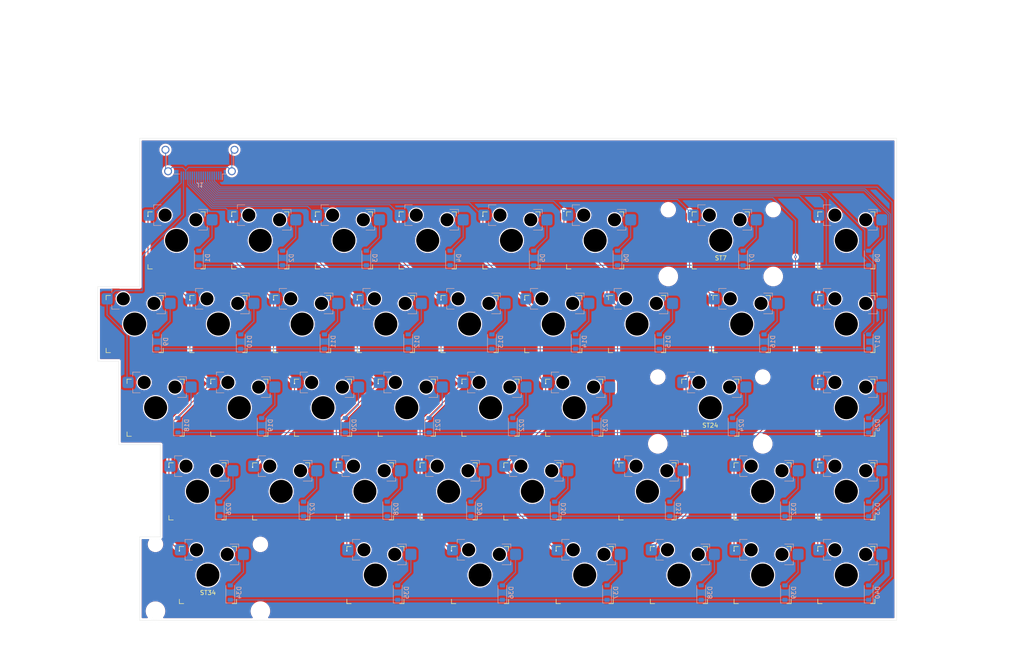
<source format=kicad_pcb>
(kicad_pcb (version 20240108) (generator "pcbnew") (generator_version "8.0")
  (layers (0 "F.Cu" signal) (31 "B.Cu" signal) (34 "B.Paste" user) (35 "F.Paste" user) (36 "B.SilkS" user "B.Silkscreen") (37 "F.SilkS" user "F.Silkscreen") (38 "B.Mask" user) (39 "F.Mask" user) (44 "Edge.Cuts" user))
  (net 0 "")
  (net 1 "COL0")
  (net 2 "COL1")
  (net 3 "COL2")
  (net 4 "COL3")
  (net 5 "COL4")
  (net 6 "COL5")
  (net 7 "COL6")
  (net 8 "COL7")
  (net 9 "COL8")
  (net 10 "COL9")
  (net 11 "N$1")
  (net 12 "N$10")
  (net 13 "N$11")
  (net 14 "N$12")
  (net 15 "N$13")
  (net 16 "N$14")
  (net 17 "N$15")
  (net 18 "N$16")
  (net 19 "N$17")
  (net 20 "N$18")
  (net 21 "N$19")
  (net 22 "N$2")
  (net 23 "N$20")
  (net 24 "N$21")
  (net 25 "N$22")
  (net 26 "N$23")
  (net 27 "N$24")
  (net 28 "N$25")
  (net 29 "N$26")
  (net 30 "N$27")
  (net 31 "N$28")
  (net 32 "N$29")
  (net 33 "N$3")
  (net 34 "N$30")
  (net 35 "N$31")
  (net 36 "N$32")
  (net 37 "N$33")
  (net 38 "N$34")
  (net 39 "N$35")
  (net 40 "N$36")
  (net 41 "N$37")
  (net 42 "N$38")
  (net 43 "N$39")
  (net 44 "N$4")
  (net 45 "N$40")
  (net 46 "N$5")
  (net 47 "N$6")
  (net 48 "N$7")
  (net 49 "N$8")
  (net 50 "N$9")
  (net 51 "ROW0")
  (net 52 "ROW1")
  (net 53 "ROW2")
  (net 54 "ROW3")
  (net 55 "ROW4")
  (net 59 "GND")
  (footprint "key-switches:SW_Gateron_LowProfile_HotSwap_Good" (layer "F.Cu") (at 209.55 38.1)
    (property "Reference" "SW8" (hide yes))
    (property "Value" "SW_Push" (hide yes))
  )
  (footprint "key-switches:SW_Gateron_LowProfile_HotSwap_Good" (layer "F.Cu") (at 178.59375 76.2)
    (property "Reference" "SW24" (hide yes))
    (property "Value" "SW_Push" (hide yes))
  )
  (footprint "key-switches:SW_Gateron_LowProfile_HotSwap_Good" (layer "F.Cu") (at 47.625 57.15)
    (property "Reference" "SW9" (hide yes))
    (property "Value" "SW_Push" (hide yes))
  )
  (footprint "key-switches:SW_Gateron_LowProfile_HotSwap_Good" (layer "F.Cu") (at 150.01875 114.3)
    (property "Reference" "SW37" (hide yes))
    (property "Value" "SW_Push" (hide yes))
  )
  (footprint "key-switches:SW_Gateron_LowProfile_HotSwap_Good" (layer "F.Cu") (at 128.5875 76.2)
    (property "Reference" "SW22" (hide yes))
    (property "Value" "SW_Push" (hide yes))
  )
  (footprint "Stabilizer_Cherry_MX_2.00u" (layer "F.Cu") (at 64.29375 114.3)
    (property "Reference" "ST34")
    (property "Value" "MountingHole")
  )
  (footprint "key-switches:SW_Gateron_LowProfile_HotSwap_Good" (layer "F.Cu") (at 180.975 38.1)
    (property "Reference" "SW7" (hide yes))
    (property "Value" "SW_Push" (hide yes))
  )
  (footprint "key-switches:SW_Gateron_LowProfile_HotSwap_Good" (layer "F.Cu") (at 57.15 38.1)
    (property "Reference" "SW1" (hide yes))
    (property "Value" "SW_Push" (hide yes))
  )
  (footprint "key-switches:SW_Gateron_LowProfile_HotSwap_Good" (layer "F.Cu") (at 109.5375 76.2)
    (property "Reference" "SW21" (hide yes))
    (property "Value" "SW_Push" (hide yes))
  )
  (footprint "key-switches:SW_Gateron_LowProfile_HotSwap_Good" (layer "F.Cu") (at 171.45 114.3)
    (property "Reference" "SW38" (hide yes))
    (property "Value" "SW_Push" (hide yes))
  )
  (footprint "key-switches:SW_Gateron_LowProfile_HotSwap_Good" (layer "F.Cu") (at 76.2 38.1)
    (property "Reference" "SW2" (hide yes))
    (property "Value" "SW_Push" (hide yes))
  )
  (footprint "key-switches:SW_Gateron_LowProfile_HotSwap_Good" (layer "F.Cu") (at 142.875 57.15)
    (property "Reference" "SW14" (hide yes))
    (property "Value" "SW_Push" (hide yes))
  )
  (footprint "key-switches:SW_Gateron_LowProfile_HotSwap_Good" (layer "F.Cu") (at 64.29375 114.3)
    (property "Reference" "SW34" (hide yes))
    (property "Value" "SW_Push" (hide yes))
  )
  (footprint "key-switches:SW_Gateron_LowProfile_HotSwap_Good" (layer "F.Cu") (at 66.675 57.15)
    (property "Reference" "SW10" (hide yes))
    (property "Value" "SW_Push" (hide yes))
  )
  (footprint "key-switches:SW_Gateron_LowProfile_HotSwap_Good" (layer "F.Cu") (at 119.0625 95.25)
    (property "Reference" "SW29" (hide yes))
    (property "Value" "SW_Push" (hide yes))
  )
  (footprint "key-switches:SW_Gateron_LowProfile_HotSwap_Good" (layer "F.Cu") (at 102.39375 114.3)
    (property "Reference" "SW35" (hide yes))
    (property "Value" "SW_Push" (hide yes))
  )
  (footprint "key-switches:SW_Gateron_LowProfile_HotSwap_Good" (layer "F.Cu") (at 71.4375 76.2)
    (property "Reference" "SW19" (hide yes))
    (property "Value" "SW_Push" (hide yes))
  )
  (footprint "key-switches:SW_Gateron_LowProfile_HotSwap_Good" (layer "F.Cu") (at 61.9125 95.25)
    (property "Reference" "SW26" (hide yes))
    (property "Value" "SW_Push" (hide yes))
  )
  (footprint "key-switches:SW_Gateron_LowProfile_HotSwap_Good" (layer "F.Cu") (at 164.30625 95.25)
    (property "Reference" "SW31" (hide yes))
    (property "Value" "SW_Push" (hide yes))
  )
  (footprint "key-switches:SW_Gateron_LowProfile_HotSwap_Good" (layer "F.Cu") (at 52.3875 76.2)
    (property "Reference" "SW18" (hide yes))
    (property "Value" "SW_Push" (hide yes))
  )
  (footprint "Stabilizer_Cherry_MX_2.00u" (layer "F.Cu") (at 180.975 38.1)
    (property "Reference" "ST7")
    (property "Value" "MountingHole")
  )
  (footprint "key-switches:SW_Gateron_LowProfile_HotSwap_Good" (layer "F.Cu") (at 190.5 95.25)
    (property "Reference" "SW32" (hide yes))
    (property "Value" "SW_Push" (hide yes))
  )
  (footprint "key-switches:SW_Gateron_LowProfile_HotSwap_Good" (layer "F.Cu") (at 80.9625 95.25)
    (property "Reference" "SW27" (hide yes))
    (property "Value" "SW_Push" (hide yes))
  )
  (footprint "key-switches:SW_Gateron_LowProfile_HotSwap_Good" (layer "F.Cu") (at 126.20625 114.3)
    (property "Reference" "SW36" (hide yes))
    (property "Value" "SW_Push" (hide yes))
  )
  (footprint "key-switches:SW_Gateron_LowProfile_HotSwap_Good" (layer "F.Cu") (at 100.0125 95.25)
    (property "Reference" "SW28" (hide yes))
    (property "Value" "SW_Push" (hide yes))
  )
  (footprint "key-switches:SW_Gateron_LowProfile_HotSwap_Good" (layer "F.Cu") (at 90.4875 76.2)
    (property "Reference" "SW20" (hide yes))
    (property "Value" "SW_Push" (hide yes))
  )
  (footprint "key-switches:SW_Gateron_LowProfile_HotSwap_Good" (layer "F.Cu") (at 209.55 57.15)
    (property "Reference" "SW17" (hide yes))
    (property "Value" "SW_Push" (hide yes))
  )
  (footprint "key-switches:SW_Gateron_LowProfile_HotSwap_Good" (layer "F.Cu") (at 209.55 95.25)
    (property "Reference" "SW33" (hide yes))
    (property "Value" "SW_Push" (hide yes))
  )
  (footprint "key-switches:SW_Gateron_LowProfile_HotSwap_Good" (layer "F.Cu") (at 123.825 57.15)
    (property "Reference" "SW13" (hide yes))
    (property "Value" "SW_Push" (hide yes))
  )
  (footprint "key-switches:SW_Gateron_LowProfile_HotSwap_Good" (layer "F.Cu") (at 95.25 38.1)
    (property "Reference" "SW3" (hide yes))
    (property "Value" "SW_Push" (hide yes))
  )
  (footprint "key-switches:SW_Gateron_LowProfile_HotSwap_Good" (layer "F.Cu") (at 104.775 57.15)
    (property "Reference" "SW12" (hide yes))
    (property "Value" "SW_Push" (hide yes))
  )
  (footprint "key-switches:SW_Gateron_LowProfile_HotSwap_Good" (layer "F.Cu") (at 138.1125 95.25)
    (property "Reference" "SW30" (hide yes))
    (property "Value" "SW_Push" (hide yes))
  )
  (footprint "key-switches:SW_Gateron_LowProfile_HotSwap_Good" (layer "F.Cu") (at 209.55 114.3)
    (property "Reference" "SW40" (hide yes))
    (property "Value" "SW_Push" (hide yes))
  )
  (footprint "key-switches:SW_Gateron_LowProfile_HotSwap_Good" (layer "F.Cu") (at 185.7375 57.15)
    (property "Reference" "SW16" (hide yes))
    (property "Value" "SW_Push" (hide yes))
  )
  (footprint "key-switches:SW_Gateron_LowProfile_HotSwap_Good" (layer "F.Cu") (at 161.925 57.15)
    (property "Reference" "SW15" (hide yes))
    (property "Value" "SW_Push" (hide yes))
  )
  (footprint "key-switches:SW_Gateron_LowProfile_HotSwap_Good" (layer "F.Cu") (at 85.725 57.15)
    (property "Reference" "SW11" (hide yes))
    (property "Value" "SW_Push" (hide yes))
  )
  (footprint "key-switches:SW_Gateron_LowProfile_HotSwap_Good" (layer "F.Cu") (at 209.55 76.2)
    (property "Reference" "SW25" (hide yes))
    (property "Value" "SW_Push" (hide yes))
  )
  (footprint "Stabilizer_Cherry_MX_2.00u" (layer "F.Cu") (at 178.59375 76.2)
    (property "Reference" "ST24")
    (property "Value" "MountingHole")
  )
  (footprint "key-switches:SW_Gateron_LowProfile_HotSwap_Good" (layer "F.Cu") (at 152.4 38.1)
    (property "Reference" "SW6" (hide yes))
    (property "Value" "SW_Push" (hide yes))
  )
  (footprint "key-switches:SW_Gateron_LowProfile_HotSwap_Good" (layer "F.Cu") (at 190.5 114.3)
    (property "Reference" "SW39" (hide yes))
    (property "Value" "SW_Push" (hide yes))
  )
  (footprint "key-switches:SW_Gateron_LowProfile_HotSwap_Good" (layer "F.Cu") (at 114.3 38.1)
    (property "Reference" "SW4" (hide yes))
    (property "Value" "SW_Push" (hide yes))
  )
  (footprint "key-switches:SW_Gateron_LowProfile_HotSwap_Good" (layer "F.Cu") (at 133.35 38.1)
    (property "Reference" "SW5" (hide yes))
    (property "Value" "SW_Push" (hide yes))
  )
  (footprint "key-switches:SW_Gateron_LowProfile_HotSwap_Good" (layer "F.Cu") (at 147.6375 76.2)
    (property "Reference" "SW23" (hide yes))
    (property "Value" "SW_Push" (hide yes))
  )
  (footprint "D_SOD-123" (layer "B.Cu") (at 52.705 61.15 90)
    (property "Reference" "D9")
    (property "Value" "D")
  )
  (footprint "D_SOD-123" (layer "B.Cu") (at 152.7175 80.2 90)
    (property "Reference" "D23")
    (property "Value" "D")
  )
  (footprint "D_SOD-123" (layer "B.Cu") (at 214.63 42.1 90)
    (property "Reference" "D8")
    (property "Value" "D")
  )
  (footprint "D_SOD-123" (layer "B.Cu") (at 167.005 61.15 90)
    (property "Reference" "D15")
    (property "Value" "D")
  )
  (footprint "D_SOD-123" (layer "B.Cu") (at 214.63 61.15 90)
    (property "Reference" "D17")
    (property "Value" "D")
  )
  (footprint "D_SOD-123" (layer "B.Cu") (at 147.955 61.15 90)
    (property "Reference" "D14")
    (property "Value" "D")
  )
  (footprint "D_SOD-123" (layer "B.Cu") (at 195.58 99.25 90)
    (property "Reference" "D32")
    (property "Value" "D")
  )
  (footprint "D_SOD-123" (layer "B.Cu") (at 190.8175 61.15 90)
    (property "Reference" "D16")
    (property "Value" "D")
  )
  (footprint "D_SOD-123" (layer "B.Cu") (at 66.9925 99.25 90)
    (property "Reference" "D26")
    (property "Value" "D")
  )
  (footprint "D_SOD-123" (layer "B.Cu") (at 76.5175 80.2 90)
    (property "Reference" "D19")
    (property "Value" "D")
  )
  (footprint "D_SOD-123" (layer "B.Cu") (at 71.755 61.15 90)
    (property "Reference" "D10")
    (property "Value" "D")
  )
  (footprint "D_SOD-123" (layer "B.Cu") (at 128.905 61.15 90)
    (property "Reference" "D13")
    (property "Value" "D")
  )
  (footprint "D_SOD-123" (layer "B.Cu") (at 186.055 42.1 90)
    (property "Reference" "D7")
    (property "Value" "D")
  )
  (footprint "D_SOD-123" (layer "B.Cu") (at 214.63 80.2 90)
    (property "Reference" "D25")
    (property "Value" "D")
  )
  (footprint "D_SOD-123" (layer "B.Cu") (at 105.0925 99.25 90)
    (property "Reference" "D28")
    (property "Value" "D")
  )
  (footprint "D_SOD-123" (layer "B.Cu") (at 109.855 61.15 90)
    (property "Reference" "D12")
    (property "Value" "D")
  )
  (footprint "D_SOD-123" (layer "B.Cu") (at 183.67375 80.2 90)
    (property "Reference" "D24")
    (property "Value" "D")
  )
  (footprint "D_SOD-123" (layer "B.Cu") (at 90.805 61.15 90)
    (property "Reference" "D11")
    (property "Value" "D")
  )
  (footprint "Connector_Video:HDMI_A_Amphenol_10029449-x01xLF_Horizontal" (layer "B.Cu") (at 62.48 18.36)
    (property "Reference" "J1")
    (property "Value" "HDMI_A")
  )
  (footprint "D_SOD-123" (layer "B.Cu") (at 143.1925 99.25 90)
    (property "Reference" "D30")
    (property "Value" "D")
  )
  (footprint "D_SOD-123" (layer "B.Cu") (at 100.33 42.1 90)
    (property "Reference" "D3")
    (property "Value" "D")
  )
  (footprint "D_SOD-123" (layer "B.Cu") (at 114.6175 80.2 90)
    (property "Reference" "D21")
    (property "Value" "D")
  )
  (footprint "D_SOD-123" (layer "B.Cu") (at 69.37375 118.3 90)
    (property "Reference" "D34")
    (property "Value" "D")
  )
  (footprint "D_SOD-123" (layer "B.Cu") (at 81.28 42.1 90)
    (property "Reference" "D2")
    (property "Value" "D")
  )
  (footprint "D_SOD-123" (layer "B.Cu") (at 214.63 118.3 90)
    (property "Reference" "D40")
    (property "Value" "D")
  )
  (footprint "D_SOD-123" (layer "B.Cu") (at 57.4675 80.2 90)
    (property "Reference" "D18")
    (property "Value" "D")
  )
  (footprint "D_SOD-123" (layer "B.Cu") (at 155.09875 118.3 90)
    (property "Reference" "D37")
    (property "Value" "D")
  )
  (footprint "D_SOD-123" (layer "B.Cu") (at 195.58 118.3 90)
    (property "Reference" "D39")
    (property "Value" "D")
  )
  (footprint "D_SOD-123" (layer "B.Cu") (at 95.5675 80.2 90)
    (property "Reference" "D20")
    (property "Value" "D")
  )
  (footprint "D_SOD-123" (layer "B.Cu") (at 131.28625 118.3 90)
    (property "Reference" "D36")
    (property "Value" "D")
  )
  (footprint "D_SOD-123" (layer "B.Cu") (at 157.48 42.1 90)
    (property "Reference" "D6")
    (property "Value" "D")
  )
  (footprint "D_SOD-123" (layer "B.Cu") (at 62.23 42.1 90)
    (property "Reference" "D1")
    (property "Value" "D")
  )
  (footprint "D_SOD-123" (layer "B.Cu") (at 176.53 118.3 90)
    (property "Reference" "D38")
    (property "Value" "D")
  )
  (footprint "D_SOD-123" (layer "B.Cu") (at 214.63 99.25 90)
    (property "Reference" "D33")
    (property "Value" "D")
  )
  (footprint "D_SOD-123" (layer "B.Cu") (at 119.38 42.1 90)
    (property "Reference" "D4")
    (property "Value" "D")
  )
  (footprint "D_SOD-123" (layer "B.Cu") (at 133.6675 80.2 90)
    (property "Reference" "D22")
    (property "Value" "D")
  )
  (footprint "D_SOD-123" (layer "B.Cu") (at 138.43 42.1 90)
    (property "Reference" "D5")
    (property "Value" "D")
  )
  (footprint "D_SOD-123" (layer "B.Cu") (at 107.47375 118.3 90)
    (property "Reference" "D35")
    (property "Value" "D")
  )
  (footprint "D_SOD-123" (layer "B.Cu") (at 124.1425 99.25 90)
    (property "Reference" "D29")
    (property "Value" "D")
  )
  (footprint "D_SOD-123" (layer "B.Cu") (at 169.38625 99.25 90)
    (property "Reference" "D31")
    (property "Value" "D")
  )
  (footprint "D_SOD-123" (layer "B.Cu") (at 86.0425 99.25 90)
    (property "Reference" "D27")
    (property "Value" "D")
  )
  (gr_line (start 43.98 84.61) (end 53.48 84.61) (stroke (width 0.05)) (layer "Edge.Cuts"))
  (gr_line (start 48.73 14.86) (end 220.98 14.86) (stroke (width 0.05)) (layer "Edge.Cuts"))
  (gr_line (start 220.98 124.61) (end 220.98 19.86) (stroke (width 0.05)) (layer "Edge.Cuts"))
  (gr_line (start 48.73 19.86) (end 48.73 48.61) (stroke (width 0.05)) (layer "Edge.Cuts"))
  (gr_line (start 53.48 84.61) (end 53.48 105.61) (stroke (width 0.05)) (layer "Edge.Cuts"))
  (gr_line (start 219.48 124.61) (end 218.98 124.61) (stroke (width 0.05)) (layer "Edge.Cuts"))
  (gr_line (start 220.98 14.86) (end 220.98 19.86) (stroke (width 0.05)) (layer "Edge.Cuts"))
  (gr_line (start 43.98 65.61) (end 43.98 84.61) (stroke (width 0.05)) (layer "Edge.Cuts"))
  (gr_line (start 48.73 19.86) (end 48.73 14.86) (stroke (width 0.05)) (layer "Edge.Cuts"))
  (gr_line (start 39.23 48.61) (end 39.23 65.61) (stroke (width 0.05)) (layer "Edge.Cuts"))
  (gr_line (start 48.73 124.61) (end 217.98 124.61) (stroke (width 0.05)) (layer "Edge.Cuts"))
  (gr_line (start 217.98 124.61) (end 218.98 124.61) (stroke (width 0.05)) (layer "Edge.Cuts"))
  (gr_line (start 219.48 124.61) (end 220.98 124.61) (stroke (width 0.05)) (layer "Edge.Cuts"))
  (gr_line (start 39.23 65.61) (end 43.98 65.61) (stroke (width 0.05)) (layer "Edge.Cuts"))
  (gr_line (start 48.73 48.61) (end 39.23 48.61) (stroke (width 0.05)) (layer "Edge.Cuts"))
  (gr_line (start 53.48 105.61) (end 48.73 105.61) (stroke (width 0.05)) (layer "Edge.Cuts"))
  (gr_line (start 48.73 105.61) (end 48.73 124.61) (stroke (width 0.05)) (layer "Edge.Cuts"))
  (segment (start 58.73 32.312715) (end 49.33 41.712715) (width 0.2) (layer "B.Cu") (net 1))
  (segment (start 49.33 49.51) (end 49.29 49.55) (width 0.2) (layer "B.Cu") (net 1))
  (segment (start 45.8875 59.619785) (end 45.8875 70.7) (width 0.2) (layer "B.Cu") (net 1))
  (segment (start 41.35 51.875) (end 41.35 55.082285) (width 0.2) (layer "B.Cu") (net 1))
  (segment (start 49.29 49.55) (end 43.2 49.55) (width 0.2) (layer "B.Cu") (net 1))
  (segment (start 49.33 41.712715) (end 49.33 49.51) (width 0.2) (layer "B.Cu") (net 1))
  (segment (start 45.8875 70.7) (end 46.1125 70.45) (width 0.2) (layer "B.Cu") (net 1))
  (segment (start 41.125 51.65) (end 41.35 51.875) (width 0.2) (layer "B.Cu") (net 1))
  (segment (start 43.2 49.55) (end 41.35 51.4) (width 0.2) (layer "B.Cu") (net 1))
  (segment (start 41.35 51.4) (end 41.35 51.425) (width 0.2) (layer "B.Cu") (net 1))
  (segment (start 41.35 51.425) (end 41.125 51.65) (width 0.2) (layer "B.Cu") (net 1))
  (segment (start 41.35 55.082285) (end 45.8875 59.619785) (width 0.2) (layer "B.Cu") (net 1))
  (segment (start 58.73 23.36) (end 58.73 32.312715) (width 0.2) (layer "B.Cu") (net 1))
  (segment (start 55.4125 106.41875) (end 57.79375 108.8) (width 0.2) (layer "F.Cu") (net 2))
  (segment (start 64.9375 70.7) (end 55.4125 80.225) (width 0.2) (layer "F.Cu") (net 2))
  (segment (start 55.4125 89.75) (end 55.4125 106.41875) (width 0.2) (layer "F.Cu") (net 2))
  (segment (start 50.65 32.6) (end 50.65 42.125) (width 0.2) (layer "F.Cu") (net 2))
  (segment (start 55.4125 80.225) (end 55.4125 89.75) (width 0.2) (layer "F.Cu") (net 2))
  (segment (start 50.65 42.125) (end 60.175 51.65) (width 0.2) (layer "F.Cu") (net 2))
  (segment (start 60.175 65.9375) (end 64.9375 70.7) (width 0.2) (layer "F.Cu") (net 2))
  (segment (start 60.175 51.65) (end 60.175 65.9375) (width 0.2) (layer "F.Cu") (net 2))
  (via (at 57.79375 108.8) (size 0.6) (drill 0.3) (layers "F.Cu" "B.Cu") (net 2))
  (via (at 64.9375 70.7) (size 0.6) (drill 0.3) (layers "F.Cu" "B.Cu") (net 2))
  (via (at 55.4125 89.75) (size 0.6) (drill 0.3) (layers "F.Cu" "B.Cu") (net 2))
  (via (at 50.65 32.6) (size 0.6) (drill 0.3) (layers "F.Cu" "B.Cu") (net 2))
  (via (at 60.175 51.65) (size 0.6) (drill 0.3) (layers "F.Cu" "B.Cu") (net 2))
  (segment (start 58.23 23.36) (end 58.23 24.995) (width 0.2) (layer "B.Cu") (net 2))
  (segment (start 60.175 51.65) (end 60.4 51.4) (width 0.2) (layer "B.Cu") (net 2))
  (segment (start 58.23 24.995) (end 50.875 32.35) (width 0.2) (layer "B.Cu") (net 2))
  (segment (start 50.875 32.35) (end 50.875 32.375) (width 0.2) (layer "B.Cu") (net 2))
  (segment (start 50.875 32.375) (end 50.65 32.6) (width 0.2) (layer "B.Cu") (net 2))
  (segment (start 69.7 42.125) (end 79.225 51.65) (width 0.2) (layer "F.Cu") (net 3))
  (segment (start 79.225 51.65) (end 79.225 65.9375) (width 0.2) (layer "F.Cu") (net 3))
  (segment (start 74.4625 89.75) (end 83.9875 80.225) (width 0.2) (layer "F.Cu") (net 3))
  (segment (start 69.7 32.6) (end 69.7 42.125) (width 0.2) (layer "F.Cu") (net 3))
  (segment (start 79.225 65.9375) (end 83.9875 70.7) (width 0.2) (layer "F.Cu") (net 3))
  (segment (start 83.9875 80.225) (end 83.9875 70.7) (width 0.2) (layer "F.Cu") (net 3))
  (via (at 74.4625 89.75) (size 0.6) (drill 0.3) (layers "F.Cu" "B.Cu") (net 3))
  (via (at 69.7 32.6) (size 0.6) (drill 0.3) (layers "F.Cu" "B.Cu") (net 3))
  (via (at 83.9875 70.7) (size 0.6) (drill 0.3) (layers "F.Cu" "B.Cu") (net 3))
  (via (at 79.225 51.65) (size 0.6) (drill 0.3) (layers "F.Cu" "B.Cu") (net 3))
  (segment (start 65.141768 30.76) (end 59.73 25.348232) (width 0.2) (layer "B.Cu") (net 3))
  (segment (start 59.73 25.348232) (end 59.73 23.36) (width 0.2) (layer "B.Cu") (net 3))
  (segment (start 68.335 30.76) (end 65.141768 30.76) (width 0.2) (layer "B.Cu") (net 3))
  (segment (start 69.925 32.35) (end 68.335 30.76) (width 0.2) (layer "B.Cu") (net 3))
  (segment (start 103.0375 70.7) (end 98.275 65.9375) (width 0.2) (layer "F.Cu") (net 4))
  (segment (start 93.5125 80.225) (end 103.0375 70.7) (width 0.2) (layer "F.Cu") (net 4))
  (segment (start 98.275 65.9375) (end 98.275 51.65) (width 0.2) (layer "F.Cu") (net 4))
  (segment (start 95.89375 108.8) (end 95.89375 92.13125) (width 0.2) (layer "F.Cu") (net 4))
  (segment (start 93.5125 89.75) (end 93.5125 80.225) (width 0.2) (layer "F.Cu") (net 4))
  (segment (start 95.89375 92.13125) (end 93.5125 89.75) (width 0.2) (layer "F.Cu") (net 4))
  (segment (start 88.75 42.125) (end 88.75 32.6) (width 0.2) (layer "F.Cu") (net 4))
  (segment (start 98.275 51.65) (end 88.75 42.125) (width 0.2) (layer "F.Cu") (net 4))
  (via (at 93.5125 89.75) (size 0.6) (drill 0.3) (layers "F.Cu" "B.Cu") (net 4))
  (via (at 88.75 32.6) (size 0.6) (drill 0.3) (layers "F.Cu" "B.Cu") (net 4))
  (via (at 103.0375 70.7) (size 0.6) (drill 0.3) (layers "F.Cu" "B.Cu") (net 4))
  (via (at 95.89375 108.8) (size 0.6) (drill 0.3) (layers "F.Cu" "B.Cu") (net 4))
  (via (at 98.275 51.65) (size 0.6) (drill 0.3) (layers "F.Cu" "B.Cu") (net 4))
  (segment (start 65.307454 30.36) (end 86.985 30.36) (width 0.2) (layer "B.Cu") (net 4))
  (segment (start 60.23 23.36) (end 60.23 25.282546) (width 0.2) (layer "B.Cu") (net 4))
  (segment (start 60.23 25.282546) (end 65.307454 30.36) (width 0.2) (layer "B.Cu") (net 4))
  (segment (start 86.985 30.36) (end 88.975 32.35) (width 0.2) (layer "B.Cu") (net 4))
  (segment (start 117.325 65.9375) (end 117.325 51.65) (width 0.2) (layer "F.Cu") (net 5))
  (segment (start 119.70625 108.8) (end 112.5625 101.65625) (width 0.2) (layer "F.Cu") (net 5))
  (segment (start 112.5625 89.75) (end 112.5625 80.225) (width 0.2) (layer "F.Cu") (net 5))
  (segment (start 112.5625 80.225) (end 122.0875 70.7) (width 0.2) (layer "F.Cu") (net 5))
  (segment (start 112.5625 101.65625) (end 112.5625 89.75) (width 0.2) (layer "F.Cu") (net 5))
  (segment (start 107.8 42.125) (end 107.8 32.6) (width 0.2) (layer "F.Cu") (net 5))
  (segment (start 117.325 51.65) (end 107.8 42.125) (width 0.2) (layer "F.Cu") (net 5))
  (segment (start 122.0875 70.7) (end 117.325 65.9375) (width 0.2) (layer "F.Cu") (net 5))
  (via (at 117.325 51.65) (size 0.6) (drill 0.3) (layers "F.Cu" "B.Cu") (net 5))
  (via (at 112.5625 89.75) (size 0.6) (drill 0.3) (layers "F.Cu" "B.Cu") (net 5))
  (via (at 122.0875 70.7) (size 0.6) (drill 0.3) (layers "F.Cu" "B.Cu") (net 5))
  (via (at 119.70625 108.8) (size 0.6) (drill 0.3) (layers "F.Cu" "B.Cu") (net 5))
  (via (at 107.8 32.6) (size 0.6) (drill 0.3) (layers "F.Cu" "B.Cu") (net 5))
  (segment (start 60.73 25.21686) (end 65.47314 29.96) (width 0.2) (layer "B.Cu") (net 5))
  (segment (start 60.73 23.36) (end 60.73 25.21686) (width 0.2) (layer "B.Cu") (net 5))
  (segment (start 65.47314 29.96) (end 105.635 29.96) (width 0.2) (layer "B.Cu") (net 5))
  (segment (start 105.635 29.96) (end 108.025 32.35) (width 0.2) (layer "B.Cu") (net 5))
  (segment (start 131.6125 89.75) (end 141.1375 80.225) (width 0.2) (layer "F.Cu") (net 6))
  (segment (start 136.375 51.65) (end 126.85 42.125) (width 0.2) (layer "F.Cu") (net 6))
  (segment (start 141.1375 80.225) (end 141.1375 70.7) (width 0.2) (layer "F.Cu") (net 6))
  (segment (start 135.1375 100.41875) (end 135.1375 93.275) (width 0.2) (layer "F.Cu") (net 6))
  (segment (start 141.1375 70.7) (end 139.9 69.4625) (width 0.2) (layer "F.Cu") (net 6))
  (segment (start 139.9 55.175) (end 136.375 51.65) (width 0.2) (layer "F.Cu") (net 6))
  (segment (start 143.51875 108.8) (end 135.1375 100.41875) (width 0.2) (layer "F.Cu") (net 6))
  (segment (start 135.1375 93.275) (end 131.6125 89.75) (width 0.2) (layer "F.Cu") (net 6))
  (segment (start 139.9 69.4625) (end 139.9 55.175) (width 0.2) (layer "F.Cu") (net 6))
  (segment (start 126.85 42.125) (end 126.85 32.6) (width 0.2) (layer "F.Cu") (net 6))
  (via (at 141.1375 70.7) (size 0.6) (drill 0.3) (layers "F.Cu" "B.Cu") (net 6))
  (via (at 126.85 32.6) (size 0.6) (drill 0.3) (layers "F.Cu" "B.Cu") (net 6))
  (via (at 131.6125 89.75) (size 0.6) (drill 0.3) (layers "F.Cu" "B.Cu") (net 6))
  (via (at 136.375 51.65) (size 0.6) (drill 0.3) (layers "F.Cu" "B.Cu") (net 6))
  (via (at 143.51875 108.8) (size 0.6) (drill 0.3) (layers "F.Cu" "B.Cu") (net 6))
  (segment (start 61.23 25.151174) (end 65.638826 29.56) (width 0.2) (layer "B.Cu") (net 6))
  (segment (start 61.23 23.36) (end 61.23 25.151174) (width 0.2) (layer "B.Cu") (net 6))
  (segment (start 65.638826 29.56) (end 123.81 29.56) (width 0.2) (layer "B.Cu") (net 6))
  (segment (start 123.81 29.56) (end 126.85 32.6) (width 0.2) (layer "B.Cu") (net 6))
  (segment (start 157.48 53.16) (end 155.08 50.76) (width 0.2) (layer "F.Cu") (net 7))
  (segment (start 145.28 31.46) (end 145.28 35.187285) (width 0.2) (layer "F.Cu") (net 7))
  (segment (start 145.28 35.187285) (end 155.08 44.987285) (width 0.2) (layer "F.Cu") (net 7))
  (segment (start 157.48 88.76) (end 157.48 53.16) (width 0.2) (layer "F.Cu") (net 7))
  (segment (start 155.08 44.987285) (end 155.08 50.76) (width 0.2) (layer "F.Cu") (net 7))
  (via (at 155.08 50.76) (size 0.6) (drill 0.3) (layers "F.Cu" "B.Cu") (net 7))
  (via (at 157.48 88.76) (size 0.6) (drill 0.3) (layers "F.Cu" "B.Cu") (net 7))
  (via (at 145.28 31.46) (size 0.6) (drill 0.3) (layers "F.Cu" "B.Cu") (net 7))
  (segment (start 65.804512 29.16) (end 142.935 29.16) (width 0.2) (layer "B.Cu") (net 7))
  (segment (start 142.935 29.16) (end 146.125 32.35) (width 0.2) (layer "B.Cu") (net 7))
  (segment (start 61.73 25.085488) (end 65.804512 29.16) (width 0.2) (layer "B.Cu") (net 7))
  (segment (start 61.73 23.36) (end 61.73 25.085488) (width 0.2) (layer "B.Cu") (net 7))
  (segment (start 173.08 69.66) (end 178.88 63.86) (width 0.2) (layer "F.Cu") (net 8))
  (segment (start 173.08 100.46) (end 173.08 69.66) (width 0.2) (layer "F.Cu") (net 8))
  (segment (start 173.88 45.56) (end 178.88 50.56) (width 0.2) (layer "F.Cu") (net 8))
  (segment (start 173.88 31.46) (end 173.88 45.56) (width 0.2) (layer "F.Cu") (net 8))
  (segment (start 165.78 107.76) (end 173.08 100.46) (width 0.2) (layer "F.Cu") (net 8))
  (segment (start 178.88 63.86) (end 178.88 50.56) (width 0.2) (layer "F.Cu") (net 8))
  (via (at 173.88 31.46) (size 0.6) (drill 0.3) (layers "F.Cu" "B.Cu") (net 8))
  (via (at 173.08 69.66) (size 0.6) (drill 0.3) (layers "F.Cu" "B.Cu") (net 8))
  (via (at 178.88 50.56) (size 0.6) (drill 0.3) (layers "F.Cu" "B.Cu") (net 8))
  (via (at 165.78 107.76) (size 0.6) (drill 0.3) (layers "F.Cu" "B.Cu") (net 8))
  (segment (start 62.23 25.019802) (end 65.970198 28.76) (width 0.2) (layer "B.Cu") (net 8))
  (segment (start 62.23 23.36) (end 62.23 25.019802) (width 0.2) (layer "B.Cu") (net 8))
  (segment (start 171.11 28.76) (end 174.7 32.35) (width 0.2) (layer "B.Cu") (net 8))
  (segment (start 65.970198 28.76) (end 171.11 28.76) (width 0.2) (layer "B.Cu") (net 8))
  (segment (start 184 108.8) (end 184 89.75) (width 0.2) (layer "F.Cu") (net 9))
  (segment (start 197.98 73.661975) (end 184 87.641975) (width 0.2) (layer "F.Cu") (net 9))
  (segment (start 197.98 41.86) (end 197.98 73.661975) (width 0.2) (layer "F.Cu") (net 9))
  (segment (start 184 87.641975) (end 184 89.75) (width 0.2) (layer "F.Cu") (net 9))
  (via (at 184 108.8) (size 0.6) (drill 0.3) (layers "F.Cu" "B.Cu") (net 9))
  (via (at 197.98 41.86) (size 0.6) (drill 0.3) (layers "F.Cu" "B.Cu") (net 9))
  (via (at 184 89.75) (size 0.6) (drill 0.3) (layers "F.Cu" "B.Cu") (net 9))
  (segment (start 66.135884 28.36) (end 192.808236 28.36) (width 0.2) (layer "B.Cu") (net 9))
  (segment (start 192.808236 28.36) (end 197.98 33.531764) (width 0.2) (layer "B.Cu") (net 9))
  (segment (start 197.98 33.531764) (end 197.98 41.86) (width 0.2) (layer "B.Cu") (net 9))
  (segment (start 62.73 24.954116) (end 66.135884 28.36) (width 0.2) (layer "B.Cu") (net 9))
  (segment (start 62.73 23.36) (end 62.73 24.954116) (width 0.2) (layer "B.Cu") (net 9))
  (segment (start 203.05 32.6) (end 203.05 108.8) (width 0.2) (layer "F.Cu") (net 10))
  (via (at 203.05 108.8) (size 0.6) (drill 0.3) (layers "F.Cu" "B.Cu") (net 10))
  (via (at 203.05 32.6) (size 0.6) (drill 0.3) (layers "F.Cu" "B.Cu") (net 10))
  (via (at 203.05 51.65) (size 0.6) (drill 0.3) (layers "F.Cu" "B.Cu") (net 10))
  (via (at 203.05 70.7) (size 0.6) (drill 0.3) (layers "F.Cu" "B.Cu") (net 10))
  (via (at 203.05 89.75) (size 0.6) (drill 0.3) (layers "F.Cu" "B.Cu") (net 10))
  (segment (start 63.23 23.36) (end 63.23 24.88843) (width 0.2) (layer "B.Cu") (net 10))
  (segment (start 66.30157 27.96) (end 198.885 27.96) (width 0.2) (layer "B.Cu") (net 10))
  (segment (start 198.885 27.96) (end 203.275 32.35) (width 0.2) (layer "B.Cu") (net 10))
  (segment (start 63.23 24.88843) (end 66.30157 27.96) (width 0.2) (layer "B.Cu") (net 10))
  (segment (start 65.225 33.4) (end 65.225 37.455) (width 0.2) (layer "B.Cu") (net 11))
  (segment (start 65.225 37.455) (end 62.23 40.45) (width 0.2) (layer "B.Cu") (net 11))
  (segment (start 74.75 52.45) (end 74.75 56.505) (width 0.2) (layer "B.Cu") (net 12))
  (segment (start 74.75 56.505) (end 71.755 59.5) (width 0.2) (layer "B.Cu") (net 12))
  (segment (start 93.8 56.505) (end 90.805 59.5) (width 0.2) (layer "B.Cu") (net 13))
  (segment (start 93.8 52.45) (end 93.8 56.505) (width 0.2) (layer "B.Cu") (net 13))
  (segment (start 112.85 52.45) (end 112.85 56.505) (width 0.2) (layer "B.Cu") (net 14))
  (segment (start 112.85 56.505) (end 109.855 59.5) (width 0.2) (layer "B.Cu") (net 14))
  (segment (start 131.9 56.505) (end 128.905 59.5) (width 0.2) (layer "B.Cu") (net 15))
  (segment (start 131.9 52.45) (end 131.9 56.505) (width 0.2) (layer "B.Cu") (net 15))
  (segment (start 150.95 56.505) (end 147.955 59.5) (width 0.2) (layer "B.Cu") (net 16))
  (segment (start 150.95 52.45) (end 150.95 56.505) (width 0.2) (layer "B.Cu") (net 16))
  (segment (start 170 52.45) (end 170 56.505) (width 0.2) (layer "B.Cu") (net 17))
  (segment (start 170 56.505) (end 167.005 59.5) (width 0.2) (layer "B.Cu") (net 17))
  (segment (start 193.8125 52.45) (end 193.8125 56.505) (width 0.2) (layer "B.Cu") (net 18))
  (segment (start 193.8125 56.505) (end 190.8175 59.5) (width 0.2) (layer "B.Cu") (net 18))
  (segment (start 217.625 56.505) (end 214.63 59.5) (width 0.2) (layer "B.Cu") (net 19))
  (segment (start 217.625 52.45) (end 217.625 56.505) (width 0.2) (layer "B.Cu") (net 19))
  (segment (start 60.4625 75.555) (end 57.4675 78.55) (width 0.2) (layer "B.Cu") (net 20))
  (segment (start 60.4625 71.5) (end 60.4625 75.555) (width 0.2) (layer "B.Cu") (net 20))
  (segment (start 79.5125 75.555) (end 76.5175 78.55) (width 0.2) (layer "B.Cu") (net 21))
  (segment (start 79.5125 71.5) (end 79.5125 75.555) (width 0.2) (layer "B.Cu") (net 21))
  (segment (start 84.275 33.4) (end 84.275 37.455) (width 0.2) (layer "B.Cu") (net 22))
  (segment (start 84.275 37.455) (end 81.28 40.45) (width 0.2) (layer "B.Cu") (net 22))
  (segment (start 98.5625 75.555) (end 95.5675 78.55) (width 0.2) (layer "B.Cu") (net 23))
  (segment (start 98.5625 71.5) (end 98.5625 75.555) (width 0.2) (layer "B.Cu") (net 23))
  (segment (start 117.6125 75.555) (end 114.6175 78.55) (width 0.2) (layer "B.Cu") (net 24))
  (segment (start 117.6125 71.5) (end 117.6125 75.555) (width 0.2) (layer "B.Cu") (net 24))
  (segment (start 136.6625 75.555) (end 133.6675 78.55) (width 0.2) (layer "B.Cu") (net 25))
  (segment (start 136.6625 71.5) (end 136.6625 75.555) (width 0.2) (layer "B.Cu") (net 25))
  (segment (start 155.7125 75.555) (end 152.7175 78.55) (width 0.2) (layer "B.Cu") (net 26))
  (segment (start 155.7125 71.5) (end 155.7125 75.555) (width 0.2) (layer "B.Cu") (net 26))
  (segment (start 186.66875 71.5) (end 186.66875 75.555) (width 0.2) (layer "B.Cu") (net 27))
  (segment (start 186.66875 75.555) (end 183.67375 78.55) (width 0.2) (layer "B.Cu") (net 27))
  (segment (start 217.625 75.555) (end 214.63 78.55) (width 0.2) (layer "B.Cu") (net 28))
  (segment (start 217.625 71.5) (end 217.625 75.555) (width 0.2) (layer "B.Cu") (net 28))
  (segment (start 69.9875 90.55) (end 69.9875 94.605) (width 0.2) (layer "B.Cu") (net 29))
  (segment (start 69.9875 94.605) (end 66.9925 97.6) (width 0.2) (layer "B.Cu") (net 29))
  (segment (start 89.0375 94.605) (end 86.0425 97.6) (width 0.2) (layer "B.Cu") (net 30))
  (segment (start 89.0375 90.55) (end 89.0375 94.605) (width 0.2) (layer "B.Cu") (net 30))
  (segment (start 108.0875 90.55) (end 108.0875 94.605) (width 0.2) (layer "B.Cu") (net 31))
  (segment (start 108.0875 94.605) (end 105.0925 97.6) (width 0.2) (layer "B.Cu") (net 31))
  (segment (start 127.1375 90.55) (end 127.1375 94.605) (width 0.2) (layer "B.Cu") (net 32))
  (segment (start 127.1375 94.605) (end 124.1425 97.6) (width 0.2) (layer "B.Cu") (net 32))
  (segment (start 103.325 37.455) (end 100.33 40.45) (width 0.2) (layer "B.Cu") (net 33))
  (segment (start 103.325 33.4) (end 103.325 37.455) (width 0.2) (layer "B.Cu") (net 33))
  (segment (start 146.1875 90.55) (end 146.1875 94.605) (width 0.2) (layer "B.Cu") (net 34))
  (segment (start 146.1875 94.605) (end 143.1925 97.6) (width 0.2) (layer "B.Cu") (net 34))
  (segment (start 172.38125 90.55) (end 172.38125 94.605) (width 0.2) (layer "B.Cu") (net 35))
  (segment (start 172.38125 94.605) (end 169.38625 97.6) (width 0.2) (layer "B.Cu") (net 35))
  (segment (start 198.575 94.605) (end 195.58 97.6) (width 0.2) (layer "B.Cu") (net 36))
  (segment (start 198.575 90.55) (end 198.575 94.605) (width 0.2) (layer "B.Cu") (net 36))
  (segment (start 217.625 90.55) (end 217.625 94.605) (width 0.2) (layer "B.Cu") (net 37))
  (segment (start 217.625 94.605) (end 214.63 97.6) (width 0.2) (layer "B.Cu") (net 37))
  (segment (start 72.36875 109.6) (end 72.36875 113.655) (width 0.2) (layer "B.Cu") (net 38))
  (segment (start 72.36875 113.655) (end 69.37375 116.65) (width 0.2) (layer "B.Cu") (net 38))
  (segment (start 110.46875 113.655) (end 107.47375 116.65) (width 0.2) (layer "B.Cu") (net 39))
  (segment (start 110.46875 109.6) (end 110.46875 113.655) (width 0.2) (layer "B.Cu") (net 39))
  (segment (start 134.28125 113.655) (end 131.28625 116.65) (width 0.2) (layer "B.Cu") (net 40))
  (segment (start 134.28125 109.6) (end 134.28125 113.655) (width 0.2) (layer "B.Cu") (net 40))
  (segment (start 158.09375 109.6) (end 158.09375 113.655) (width 0.2) (layer "B.Cu") (net 41))
  (segment (start 158.09375 113.655) (end 155.09875 116.65) (width 0.2) (layer "B.Cu") (net 41))
  (segment (start 179.525 109.6) (end 179.525 113.655) (width 0.2) (layer "B.Cu") (net 42))
  (segment (start 179.525 113.655) (end 176.53 116.65) (width 0.2) (layer "B.Cu") (net 42))
  (segment (start 198.575 109.6) (end 198.575 113.655) (width 0.2) (layer "B.Cu") (net 43))
  (segment (start 198.575 113.655) (end 195.58 116.65) (width 0.2) (layer "B.Cu") (net 43))
  (segment (start 122.375 33.4) (end 122.375 37.455) (width 0.2) (layer "B.Cu") (net 44))
  (segment (start 122.375 37.455) (end 119.38 40.45) (width 0.2) (layer "B.Cu") (net 44))
  (segment (start 217.625 113.655) (end 214.63 116.65) (width 0.2) (layer "B.Cu") (net 45))
  (segment (start 217.625 109.6) (end 217.625 113.655) (width 0.2) (layer "B.Cu") (net 45))
  (segment (start 141.425 37.455) (end 138.43 40.45) (width 0.2) (layer "B.Cu") (net 46))
  (segment (start 141.425 33.4) (end 141.425 37.455) (width 0.2) (layer "B.Cu") (net 46))
  (segment (start 160.475 33.4) (end 160.475 37.455) (width 0.2) (layer "B.Cu") (net 47))
  (segment (start 160.475 37.455) (end 157.48 40.45) (width 0.2) (layer "B.Cu") (net 47))
  (segment (start 189.05 37.455) (end 186.055 40.45) (width 0.2) (layer "B.Cu") (net 48))
  (segment (start 189.05 33.4) (end 189.05 37.455) (width 0.2) (layer "B.Cu") (net 48))
  (segment (start 217.625 33.4) (end 217.625 37.455) (width 0.2) (layer "B.Cu") (net 49))
  (segment (start 217.625 37.455) (end 214.63 40.45) (width 0.2) (layer "B.Cu") (net 49))
  (segment (start 55.7 52.45) (end 55.7 56.505) (width 0.2) (layer "B.Cu") (net 50))
  (segment (start 55.7 56.505) (end 52.705 59.5) (width 0.2) (layer "B.Cu") (net 50))
  (segment (start 204.98 43.75) (end 214.63 43.75) (width 0.2) (layer "B.Cu") (net 51))
  (segment (start 62.23 43.75) (end 138.43 43.75) (width 0.2) (layer "B.Cu") (net 51))
  (segment (start 66.467256 27.56) (end 203.68 27.56) (width 0.2) (layer "B.Cu") (net 51))
  (segment (start 63.73 23.36) (end 63.73 24.822744) (width 0.2) (layer "B.Cu") (net 51))
  (segment (start 204.98 28.86) (end 204.98 43.75) (width 0.2) (layer "B.Cu") (net 51))
  (segment (start 203.68 27.56) (end 204.98 28.86) (width 0.2) (layer "B.Cu") (net 51))
  (segment (start 186.055 43.75) (end 204.98 43.75) (width 0.2) (layer "B.Cu") (net 51))
  (segment (start 138.43 43.75) (end 186.055 43.75) (width 0.2) (layer "B.Cu") (net 51))
  (segment (start 63.73 24.822744) (end 66.467256 27.56) (width 0.2) (layer "B.Cu") (net 51))
  (segment (start 64.23 24.757058) (end 66.632942 27.16) (width 0.2) (layer "B.Cu") (net 52))
  (segment (start 213.48 59.301304) (end 213.48 62.8) (width 0.2) (layer "B.Cu") (net 52))
  (segment (start 213.48 62.8) (end 214.63 62.8) (width 0.2) (layer "B.Cu") (net 52))
  (segment (start 213.73 35.796295) (end 213.73 41.461471) (width 0.2) (layer "B.Cu") (net 52))
  (segment (start 213.73 41.461471) (end 215.8 43.531471) (width 0.2) (layer "B.Cu") (net 52))
  (segment (start 215.8 56.981304) (end 213.48 59.301304) (width 0.2) (layer "B.Cu") (net 52))
  (segment (start 52.705 62.8) (end 213.48 62.8) (width 0.2) (layer "B.Cu") (net 52))
  (segment (start 66.632942 27.16) (end 205.093705 27.16) (width 0.2) (layer "B.Cu") (net 52))
  (segment (start 205.093705 27.16) (end 213.73 35.796295) (width 0.2) (layer "B.Cu") (net 52))
  (segment (start 64.23 23.36) (end 64.23 24.757058) (width 0.2) (layer "B.Cu") (net 52))
  (segment (start 215.8 43.531471) (end 215.8 56.981304) (width 0.2) (layer "B.Cu") (net 52))
  (segment (start 66.798628 26.76) (end 213.648642 26.76) (width 0.2) (layer "B.Cu") (net 53))
  (segment (start 219.175 77.465) (end 214.98 81.66) (width 0.2) (layer "B.Cu") (net 53))
  (segment (start 219.175 32.286358) (end 219.175 77.465) (width 0.2) (layer "B.Cu") (net 53))
  (segment (start 57.4675 81.85) (end 214.63 81.85) (width 0.2) (layer "B.Cu") (net 53))
  (segment (start 64.73 24.691372) (end 66.798628 26.76) (width 0.2) (layer "B.Cu") (net 53))
  (segment (start 213.648642 26.76) (end 219.175 32.286358) (width 0.2) (layer "B.Cu") (net 53))
  (segment (start 64.73 23.36) (end 64.73 24.691372) (width 0.2) (layer "B.Cu") (net 53))
  (segment (start 219.575 95.955) (end 214.63 100.9) (width 0.2) (layer "B.Cu") (net 54))
  (segment (start 219.575 32.120672) (end 219.575 95.955) (width 0.2) (layer "B.Cu") (net 54))
  (segment (start 66.9925 100.9) (end 214.63 100.9) (width 0.2) (layer "B.Cu") (net 54))
  (segment (start 213.814328 26.36) (end 219.575 32.120672) (width 0.2) (layer "B.Cu") (net 54))
  (segment (start 65.23 23.36) (end 65.23 24.625686) (width 0.2) (layer "B.Cu") (net 54))
  (segment (start 65.23 24.625686) (end 66.964314 26.36) (width 0.2) (layer "B.Cu") (net 54))
  (segment (start 66.964314 26.36) (end 213.814328 26.36) (width 0.2) (layer "B.Cu") (net 54))
  (segment (start 65.73 24.56) (end 67.13 25.96) (width 0.2) (layer "B.Cu") (net 55))
  (segment (start 219.975 114.605) (end 214.63 119.95) (width 0.2) (layer "B.Cu") (net 55))
  (segment (start 69.37375 119.95) (end 214.63 119.95) (width 0.2) (layer "B.Cu") (net 55))
  (segment (start 65.73 23.36) (end 65.73 24.56) (width 0.2) (layer "B.Cu") (net 55))
  (segment (start 216.531472 25.96) (end 219.975 29.403528) (width 0.2) (layer "B.Cu") (net 55))
  (segment (start 219.975 29.403528) (end 219.975 114.605) (width 0.2) (layer "B.Cu") (net 55))
  (segment (start 67.13 25.96) (end 216.531472 25.96) (width 0.2) (layer "B.Cu") (net 55))
  (segment (start 54.63 17.46) (end 54.63 21.76) (width 0.2) (layer "B.Cu") (net 59))
  (segment (start 68.83 21.46) (end 59.93 21.46) (width 0.2) (layer "B.Cu") (net 59))
  (segment (start 58.53 21.46) (end 56.13 21.46) (width 0.2) (layer "B.Cu") (net 59))
  (segment (start 59.23 22.16) (end 58.53 21.46) (width 0.2) (layer "B.Cu") (net 59))
  (segment (start 69.73 22.36) (end 68.83 21.46) (width 0.2) (layer "B.Cu") (net 59))
  (segment (start 69.73 18.06) (end 70.33 17.46) (width 0.2) (layer "B.Cu") (net 59))
  (segment (start 69.73 22.36) (end 69.73 18.06) (width 0.2) (layer "B.Cu") (net 59))
  (segment (start 54.63 21.76) (end 55.23 22.36) (width 0.2) (layer "B.Cu") (net 59))
  (segment (start 56.13 21.46) (end 55.23 22.36) (width 0.2) (layer "B.Cu") (net 59))
  (segment (start 59.93 21.46) (end 59.23 22.16) (width 0.2) (layer "B.Cu") (net 59))
  (segment (start 59.23 22.16) (end 59.23 23.36) (width 0.2) (layer "B.Cu") (net 59))
  (zone (net 0) (net_name "") (layers "F&B.Cu") (connect_pads (clearance 0.5)) (min_thickness 0.25) (fill yes (thermal_gap 0.5) (thermal_bridge_width 0.5) (island_removal_mode 1) (island_area_min 10))
    (polygon (pts (xy 16.98 -1.39) (xy 24.98 133.86) (xy 249.98 133.36) (xy 239.23 -16.64)))
  )
)
</source>
